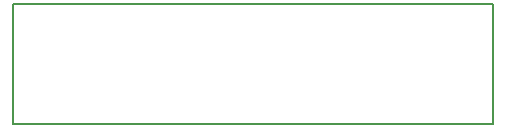
<source format=gbr>
G04 #@! TF.FileFunction,Profile,NP*
%FSLAX46Y46*%
G04 Gerber Fmt 4.6, Leading zero omitted, Abs format (unit mm)*
G04 Created by KiCad (PCBNEW 4.0.5+dfsg1-4) date Mon Sep 24 09:19:35 2018*
%MOMM*%
%LPD*%
G01*
G04 APERTURE LIST*
%ADD10C,0.100000*%
%ADD11C,0.150000*%
G04 APERTURE END LIST*
D10*
D11*
X25400000Y-25400000D02*
X66040000Y-25400000D01*
X25400000Y-35560000D02*
X66040000Y-35560000D01*
X66040000Y-35560000D02*
X66040000Y-25400000D01*
X25400000Y-25400000D02*
X25400000Y-35560000D01*
M02*

</source>
